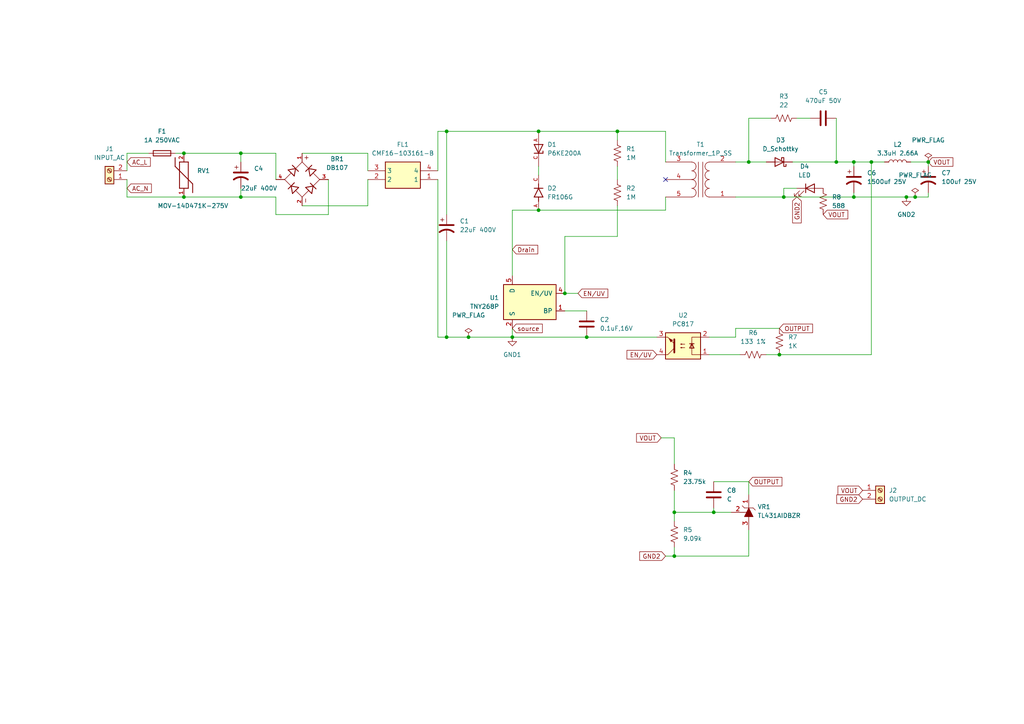
<source format=kicad_sch>
(kicad_sch (version 20231120) (generator "eeschema") (generator_version "8.0")
  (paper "A4")
  (title_block (title "SMPS Lead Acid Battery") (date "2025-04-17") (rev "Rev A") (company "TNY268") (comment 1 "Afsal Lais"))
  (lib_symbols
    (symbol "Connector:Screw_Terminal_01x02" (pin_names (offset 1.016) hide)
      (property "Reference" "J" (at 0 2.54 0))
      (property "Value" "Screw_Terminal_01x02" (at 0 -5.08 0))
      (symbol "Screw_Terminal_01x02_1_1"
        (rectangle (start -1.27 1.27) (end 1.27 -3.81) (stroke (width 0.254)) (fill (type background)))
        (circle (center 0 -2.54) (radius 0.635) (stroke (width 0.1524)))
        (polyline (pts (xy -0.5334 -2.2098) (xy 0.3302 -3.048)) (stroke (width 0.1524)))
        (polyline (pts (xy -0.5334 0.3302) (xy 0.3302 -0.508)) (stroke (width 0.1524)))
        (polyline (pts (xy -0.3556 -2.032) (xy 0.508 -2.8702)) (stroke (width 0.1524)))
        (polyline (pts (xy -0.3556 0.508) (xy 0.508 -0.3302)) (stroke (width 0.1524)))
        (circle (center 0 0) (radius 0.635) (stroke (width 0.1524)))
        (pin passive line (at -5.08 0 0) (length 3.81) (name "Pin_1") (number "1"))
        (pin passive line (at -5.08 -2.54 0) (length 3.81) (name "Pin_2") (number "2"))
      )
    )
    (symbol "DB107:DB107" (pin_names (offset 1.016))
      (property "Reference" "BR" (at 5.08 5.08 0))
      (property "Value" "DB107" (at 5.08 -7.62 0))
      (symbol "DB107_0_0"
        (polyline (pts (xy -6.858 1.27) (xy -5.842 1.27)) (stroke (width 0.1524)))
        (polyline (pts (xy -6.35 0.762) (xy -6.35 1.778)) (stroke (width 0.1524)))
        (polyline (pts (xy -5.08 0) (xy -3.175 -1.905)) (stroke (width 0.1524)))
        (polyline (pts (xy -3.175 -1.905) (xy -2.794 -4.064)) (stroke (width 0.254)))
        (polyline (pts (xy -3.175 -1.905) (xy -1.016 -2.286)) (stroke (width 0.254)))
        (polyline (pts (xy -3.175 1.905) (xy -5.08 0)) (stroke (width 0.1524)))
        (polyline (pts (xy -3.175 1.905) (xy -2.794 4.064)) (stroke (width 0.254)))
        (polyline (pts (xy -3.175 1.905) (xy -1.016 2.286)) (stroke (width 0.254)))
        (polyline (pts (xy -2.3622 -1.0668) (xy -4.1402 -2.8448)) (stroke (width 0.254)))
        (polyline (pts (xy -2.3622 1.016) (xy -4.1402 2.794)) (stroke (width 0.254)))
        (polyline (pts (xy -1.016 -2.286) (xy -2.794 -4.064)) (stroke (width 0.254)))
        (polyline (pts (xy -1.016 2.286) (xy -2.794 4.064)) (stroke (width 0.254)))
        (polyline (pts (xy 0 -5.08) (xy -1.8034 -3.2766)) (stroke (width 0.1524)))
        (polyline (pts (xy 0 -5.08) (xy 1.905 -3.175)) (stroke (width 0.1524)))
        (polyline (pts (xy 0 5.08) (xy -1.8034 3.2766)) (stroke (width 0.1524)))
        (polyline (pts (xy 1.905 -3.175) (xy 2.286 -1.016)) (stroke (width 0.254)))
        (polyline (pts (xy 1.905 -3.175) (xy 4.064 -2.794)) (stroke (width 0.254)))
        (polyline (pts (xy 1.905 3.175) (xy 0 5.08)) (stroke (width 0.1524)))
        (polyline (pts (xy 1.905 3.175) (xy 2.286 1.016)) (stroke (width 0.254)))
        (polyline (pts (xy 1.905 3.175) (xy 4.064 2.794)) (stroke (width 0.254)))
        (polyline (pts (xy 2.7178 -4.0386) (xy 0.9398 -2.2606)) (stroke (width 0.254)))
        (polyline (pts (xy 2.7178 4.0386) (xy 1.0668 2.3876)) (stroke (width 0.254)))
        (polyline (pts (xy 3.2766 -1.8034) (xy 5.08 0)) (stroke (width 0.1524)))
        (polyline (pts (xy 4.064 -2.794) (xy 2.286 -1.016)) (stroke (width 0.254)))
        (polyline (pts (xy 4.064 2.794) (xy 2.286 1.016)) (stroke (width 0.254)))
        (polyline (pts (xy 5.08 0) (xy 3.2766 1.8034)) (stroke (width 0.1524)))
        (polyline (pts (xy 5.588 1.016) (xy 6.604 1.016)) (stroke (width 0.1524)))
        (pin passive line (at -7.62 0 0) (length 2.54) (name "~") (number "1"))
        (pin passive line (at 7.62 0 180) (length 2.54) (name "~") (number "2"))
        (pin passive line (at 0 7.62 270) (length 2.54) (name "~") (number "3"))
        (pin passive line (at 0 -7.62 90) (length 2.54) (name "~") (number "4"))
      )
    )
    (symbol "Device:C" (pin_numbers hide) (pin_names (offset 0.254))
      (property "Reference" "C" (at 0.635 2.54 0))
      (property "Value" "C" (at 0.635 -2.54 0))
      (symbol "C_0_1"
        (polyline (pts (xy -2.032 -0.762) (xy 2.032 -0.762)) (stroke (width 0.508)))
        (polyline (pts (xy -2.032 0.762) (xy 2.032 0.762)) (stroke (width 0.508)))
      )
      (symbol "C_1_1"
        (pin passive line (at 0 3.81 270) (length 2.794) (name "~") (number "1"))
        (pin passive line (at 0 -3.81 90) (length 2.794) (name "~") (number "2"))
      )
    )
    (symbol "Device:C_Polarized_US" (pin_numbers hide) (pin_names (offset 0.254) hide)
      (property "Reference" "C" (at 0.635 2.54 0))
      (property "Value" "C_Polarized_US" (at 0.635 -2.54 0))
      (symbol "C_Polarized_US_0_1"
        (polyline (pts (xy -2.032 0.762) (xy 2.032 0.762)) (stroke (width 0.508)))
        (polyline (pts (xy -1.778 2.286) (xy -0.762 2.286)))
        (polyline (pts (xy -1.27 1.778) (xy -1.27 2.794)))
        (arc (start 2.032 -1.27) (mid 0 -0.5572) (end -2.032 -1.27) (stroke (width 0.508)))
      )
      (symbol "C_Polarized_US_1_1"
        (pin passive line (at 0 3.81 270) (length 2.794) (name "~") (number "1"))
        (pin passive line (at 0 -3.81 90) (length 3.302) (name "~") (number "2"))
      )
    )
    (symbol "Device:D_Schottky" (pin_numbers hide) (pin_names (offset 1.016) hide)
      (property "Reference" "D" (at 0 2.54 0))
      (property "Value" "D_Schottky" (at 0 -2.54 0))
      (symbol "D_Schottky_0_1"
        (polyline (pts (xy 1.27 0) (xy -1.27 0)))
        (polyline (pts (xy 1.27 1.27) (xy 1.27 -1.27) (xy -1.27 0) (xy 1.27 1.27)) (stroke (width 0.254)))
        (polyline (pts (xy -1.905 0.635) (xy -1.905 1.27) (xy -1.27 1.27) (xy -1.27 -1.27) (xy -0.635 -1.27) (xy -0.635 -0.635)) (stroke (width 0.254)))
      )
      (symbol "D_Schottky_1_1"
        (pin passive line (at -3.81 0 0) (length 2.54) (name "K") (number "1"))
        (pin passive line (at 3.81 0 180) (length 2.54) (name "A") (number "2"))
      )
    )
    (symbol "Device:Fuse" (pin_numbers hide) (pin_names (offset 0))
      (property "Reference" "F" (at 2.032 0 90))
      (property "Value" "Fuse" (at -1.905 0 90))
      (symbol "Fuse_0_1"
        (rectangle (start -0.762 -2.54) (end 0.762 2.54) (stroke (width 0.254)))
        (polyline (pts (xy 0 2.54) (xy 0 -2.54)))
      )
      (symbol "Fuse_1_1"
        (pin passive line (at 0 3.81 270) (length 1.27) (name "~") (number "1"))
        (pin passive line (at 0 -3.81 90) (length 1.27) (name "~") (number "2"))
      )
    )
    (symbol "Device:L" (pin_numbers hide) (pin_names (offset 1.016) hide)
      (property "Reference" "L" (at -1.27 0 90))
      (property "Value" "L" (at 1.905 0 90))
      (symbol "L_0_1"
        (arc (start 0 -2.54) (mid 0.6323 -1.905) (end 0 -1.27))
        (arc (start 0 -1.27) (mid 0.6323 -0.635) (end 0 0))
        (arc (start 0 0) (mid 0.6323 0.635) (end 0 1.27))
        (arc (start 0 1.27) (mid 0.6323 1.905) (end 0 2.54))
      )
      (symbol "L_1_1"
        (pin passive line (at 0 3.81 270) (length 1.27) (name "1") (number "1"))
        (pin passive line (at 0 -3.81 90) (length 1.27) (name "2") (number "2"))
      )
    )
    (symbol "Device:LED" (pin_numbers hide) (pin_names (offset 1.016) hide)
      (property "Reference" "D" (at 0 2.54 0))
      (property "Value" "LED" (at 0 -2.54 0))
      (symbol "LED_0_1"
        (polyline (pts (xy -1.27 -1.27) (xy -1.27 1.27)) (stroke (width 0.254)))
        (polyline (pts (xy -1.27 0) (xy 1.27 0)))
        (polyline (pts (xy 1.27 -1.27) (xy 1.27 1.27) (xy -1.27 0) (xy 1.27 -1.27)) (stroke (width 0.254)))
        (polyline (pts (xy -3.048 -0.762) (xy -4.572 -2.286) (xy -3.81 -2.286) (xy -4.572 -2.286) (xy -4.572 -1.524)))
        (polyline (pts (xy -1.778 -0.762) (xy -3.302 -2.286) (xy -2.54 -2.286) (xy -3.302 -2.286) (xy -3.302 -1.524)))
      )
      (symbol "LED_1_1"
        (pin passive line (at -3.81 0 0) (length 2.54) (name "K") (number "1"))
        (pin passive line (at 3.81 0 180) (length 2.54) (name "A") (number "2"))
      )
    )
    (symbol "Device:R_US" (pin_numbers hide) (pin_names (offset 0))
      (property "Reference" "R" (at 2.54 0 90))
      (property "Value" "R_US" (at -2.54 0 90))
      (symbol "R_US_0_1"
        (polyline (pts (xy 0 -2.286) (xy 0 -2.54)))
        (polyline (pts (xy 0 2.286) (xy 0 2.54)))
        (polyline (pts (xy 0 -0.762) (xy 1.016 -1.143) (xy 0 -1.524) (xy -1.016 -1.905) (xy 0 -2.286)))
        (polyline (pts (xy 0 0.762) (xy 1.016 0.381) (xy 0 0) (xy -1.016 -0.381) (xy 0 -0.762)))
        (polyline (pts (xy 0 2.286) (xy 1.016 1.905) (xy 0 1.524) (xy -1.016 1.143) (xy 0 0.762)))
      )
      (symbol "R_US_1_1"
        (pin passive line (at 0 3.81 270) (length 1.27) (name "~") (number "1"))
        (pin passive line (at 0 -3.81 90) (length 1.27) (name "~") (number "2"))
      )
    )
    (symbol "Device:Transformer_1P_SS" (pin_names (offset 1.016) hide)
      (property "Reference" "T" (at 0 6.35 0))
      (property "Value" "Transformer_1P_SS" (at 0 -7.62 0))
      (symbol "Transformer_1P_SS_0_1"
        (arc (start -2.54 -5.0546) (mid -1.6599 -4.6901) (end -1.27 -3.81))
        (arc (start -2.54 -2.5146) (mid -1.6599 -2.1501) (end -1.27 -1.27))
        (arc (start -2.54 0.0254) (mid -1.6599 0.3899) (end -1.27 1.27))
        (arc (start -2.54 2.5654) (mid -1.6599 2.9299) (end -1.27 3.81))
        (arc (start -1.27 -3.81) (mid -1.642 -2.912) (end -2.54 -2.54))
        (arc (start -1.27 -1.27) (mid -1.642 -0.372) (end -2.54 0))
        (arc (start -1.27 1.27) (mid -1.642 2.168) (end -2.54 2.54))
        (arc (start -1.27 3.81) (mid -1.642 4.708) (end -2.54 5.08))
        (polyline (pts (xy -0.635 5.08) (xy -0.635 -5.08)))
        (polyline (pts (xy 0.635 -5.08) (xy 0.635 5.08)))
        (arc (start 1.2954 -1.27) (mid 1.6599 -2.1501) (end 2.54 -2.5146))
        (arc (start 1.2954 1.27) (mid 1.6599 0.3899) (end 2.54 0.0254))
        (arc (start 1.2954 3.81) (mid 1.6599 2.9299) (end 2.54 2.5654))
        (arc (start 1.3208 -3.81) (mid 1.6853 -4.6901) (end 2.5654 -5.0546))
        (arc (start 2.54 0) (mid 1.642 -0.372) (end 1.2954 -1.27))
        (arc (start 2.54 2.54) (mid 1.642 2.168) (end 1.2954 1.27))
        (arc (start 2.54 5.08) (mid 1.642 4.708) (end 1.2954 3.81))
        (arc (start 2.5654 -2.54) (mid 1.6674 -2.912) (end 1.3208 -3.81))
      )
      (symbol "Transformer_1P_SS_1_1"
        (pin passive line (at -10.16 5.08 0) (length 7.62) (name "AA") (number "1"))
        (pin passive line (at -10.16 -5.08 0) (length 7.62) (name "AB") (number "2"))
        (pin passive line (at 10.16 -5.08 180) (length 7.62) (name "SA") (number "3"))
        (pin passive line (at 10.16 0 180) (length 7.62) (name "SC") (number "4"))
        (pin passive line (at 10.16 5.08 180) (length 7.62) (name "SB") (number "5"))
      )
    )
    (symbol "FR106G:FR106G" (pin_names (offset 1.016))
      (property "Reference" "D" (at -5.08 2.54 0))
      (property "Value" "FR106G" (at -5.08 -3.81 0))
      (symbol "FR106G_0_0"
        (polyline (pts (xy -2.54 0) (xy -1.27 0)) (stroke (width 0.254)))
        (polyline (pts (xy -1.27 -1.27) (xy 1.27 0)) (stroke (width 0.254)))
        (polyline (pts (xy -1.27 0) (xy -1.27 -1.27)) (stroke (width 0.254)))
        (polyline (pts (xy -1.27 1.27) (xy -1.27 0)) (stroke (width 0.254)))
        (polyline (pts (xy 1.27 0) (xy -1.27 1.27)) (stroke (width 0.254)))
        (polyline (pts (xy 1.27 0) (xy 1.27 -1.27)) (stroke (width 0.254)))
        (polyline (pts (xy 1.27 0) (xy 2.54 0)) (stroke (width 0.254)))
        (polyline (pts (xy 1.27 1.27) (xy 1.27 0)) (stroke (width 0.254)))
        (pin passive line (at -5.08 0 0) (length 2.54) (name "~") (number "A"))
        (pin passive line (at 5.08 0 180) (length 2.54) (name "~") (number "C"))
      )
    )
    (symbol "Isolator:PC817" (pin_names (offset 1.016))
      (property "Reference" "U" (at -5.08 5.08 0))
      (property "Value" "PC817" (at 0 5.08 0))
      (symbol "PC817_0_1"
        (rectangle (start -5.08 3.81) (end 5.08 -3.81) (stroke (width 0.254)) (fill (type background)))
        (polyline (pts (xy -3.175 -0.635) (xy -1.905 -0.635)) (stroke (width 0.254)))
        (polyline (pts (xy 2.54 0.635) (xy 4.445 2.54)))
        (polyline (pts (xy 4.445 -2.54) (xy 2.54 -0.635)) (fill (type outline)))
        (polyline (pts (xy 4.445 -2.54) (xy 5.08 -2.54)))
        (polyline (pts (xy 4.445 2.54) (xy 5.08 2.54)))
        (polyline (pts (xy -5.08 2.54) (xy -2.54 2.54) (xy -2.54 -0.635)))
        (polyline (pts (xy -2.54 -0.635) (xy -2.54 -2.54) (xy -5.08 -2.54)))
        (polyline (pts (xy 2.54 1.905) (xy 2.54 -1.905) (xy 2.54 -1.905)) (stroke (width 0.508)))
        (polyline (pts (xy -2.54 -0.635) (xy -3.175 0.635) (xy -1.905 0.635) (xy -2.54 -0.635)) (stroke (width 0.254)))
        (polyline (pts (xy -0.508 -0.508) (xy 0.762 -0.508) (xy 0.381 -0.635) (xy 0.381 -0.381) (xy 0.762 -0.508)))
        (polyline (pts (xy -0.508 0.508) (xy 0.762 0.508) (xy 0.381 0.381) (xy 0.381 0.635) (xy 0.762 0.508)))
        (polyline (pts (xy 3.048 -1.651) (xy 3.556 -1.143) (xy 4.064 -2.159) (xy 3.048 -1.651) (xy 3.048 -1.651)) (fill (type outline)))
      )
      (symbol "PC817_1_1"
        (pin passive line (at -7.62 2.54 0) (length 2.54) (name "~") (number "1"))
        (pin passive line (at -7.62 -2.54 0) (length 2.54) (name "~") (number "2"))
        (pin passive line (at 7.62 -2.54 180) (length 2.54) (name "~") (number "3"))
        (pin passive line (at 7.62 2.54 180) (length 2.54) (name "~") (number "4"))
      )
    )
    (symbol "MOV-14D471K:MOV-14D471K" (pin_names (offset 1.016))
      (property "Reference" "RV" (at 11.43 6.35 0))
      (property "Value" "MOV-14D471K" (at 11.43 3.81 0))
      (symbol "MOV-14D471K_0_0"
        (polyline (pts (xy 1.27 -2.54) (xy 3.81 -2.54)) (stroke (width 0.254)))
        (polyline (pts (xy 2.54 1.27) (xy 2.54 -1.27)) (stroke (width 0.254)))
        (polyline (pts (xy 2.54 1.27) (xy 10.16 1.27)) (stroke (width 0.254)))
        (polyline (pts (xy 8.89 2.54) (xy 3.81 -2.54)) (stroke (width 0.254)))
        (polyline (pts (xy 8.89 2.54) (xy 11.43 2.54)) (stroke (width 0.254)))
        (polyline (pts (xy 10.16 -1.27) (xy 2.54 -1.27)) (stroke (width 0.254)))
        (polyline (pts (xy 10.16 -1.27) (xy 10.16 1.27)) (stroke (width 0.254)))
        (pin bidirectional line (at 0 0 0) (length 2.54) (name "~") (number "1"))
        (pin bidirectional line (at 12.7 0 180) (length 2.54) (name "~") (number "2"))
      )
    )
    (symbol "P6KE200A:P6KE200A" (pin_names (offset 1.016))
      (property "Reference" "D" (at -5.0835 2.4159 0))
      (property "Value" "P6KE200A" (at -5.0854 -4.9611 0))
      (symbol "P6KE200A_0_0"
        (polyline (pts (xy -1.27 -1.27) (xy -1.27 0)) (stroke (width 0.254)))
        (polyline (pts (xy -1.27 0) (xy -1.27 1.27)) (stroke (width 0.254)))
        (polyline (pts (xy -1.27 0) (xy 1.27 -1.27)) (stroke (width 0.254)))
        (polyline (pts (xy -0.635 -1.27) (xy -1.27 -1.27)) (stroke (width 0.254)))
        (polyline (pts (xy 1.27 -1.27) (xy 1.27 1.27)) (stroke (width 0.254)))
        (polyline (pts (xy 1.27 1.27) (xy -1.27 0)) (stroke (width 0.254)))
        (pin passive line (at 5.08 0 180) (length 5.08) (name "~") (number "A"))
        (pin passive line (at -5.08 0 0) (length 5.08) (name "~") (number "C"))
      )
    )
    (symbol "Regulator_Switching:TNY268P" (pin_names (offset 1.016))
      (property "Reference" "U" (at 0 8.89 0))
      (property "Value" "TNY268P" (at 0 6.35 0))
      (symbol "TNY268P_0_1"
        (rectangle (start -7.62 5.08) (end 7.62 -5.08) (stroke (width 0.254)) (fill (type background)))
      )
      (symbol "TNY268P_1_1"
        (pin input line (at 10.16 -2.54 180) (length 2.54) (name "BP") (number "1"))
        (pin power_in line (at -5.08 -7.62 90) (length 2.54) (name "S") (number "2"))
        (pin passive line (at -5.08 -7.62 90) (length 2.54) hide (name "S") (number "3"))
        (pin input line (at 10.16 2.54 180) (length 2.54) (name "EN/UV") (number "4"))
        (pin open_collector line (at -5.08 7.62 270) (length 2.54) (name "D") (number "5"))
        (pin passive line (at -5.08 -7.62 90) (length 2.54) hide (name "S") (number "7"))
        (pin passive line (at -5.08 -7.62 90) (length 2.54) hide (name "S") (number "8"))
      )
    )
    (symbol "SamacSys_Parts:CMF16-103161-B"
      (property "Reference" "FL" (at 16.51 7.62 0))
      (property "Value" "CMF16-103161-B" (at 16.51 5.08 0))
      (symbol "CMF16-103161-B_1_1"
        (rectangle (start 5.08 2.54) (end 15.24 -5.08) (stroke (width 0.254)) (fill (type background)))
        (pin passive line (at 20.32 -2.54 180) (length 5.08) (name "1") (number "1"))
        (pin passive line (at 0 -2.54 0) (length 5.08) (name "2") (number "2"))
        (pin passive line (at 0 0 0) (length 5.08) (name "3") (number "3"))
        (pin passive line (at 20.32 0 180) (length 5.08) (name "4") (number "4"))
      )
    )
    (symbol "dk_PMIC-Voltage-Reference:TL431AIDBZR" (pin_names (offset 0) hide)
      (property "Reference" "VR" (at -2.54 3.175 0))
      (property "Value" "TL431AIDBZR" (at -5.715 0 90))
      (symbol "TL431AIDBZR_0_1"
        (polyline (pts (xy -1.905 0.635) (xy -1.27 1.27)))
        (polyline (pts (xy -1.27 1.27) (xy 1.27 1.27)))
        (polyline (pts (xy 0.635 0) (xy 1.27 0)))
        (polyline (pts (xy 1.27 1.27) (xy 1.905 1.905)))
        (polyline (pts (xy -1.27 -1.27) (xy 1.27 -1.27) (xy 0 1.27) (xy -1.27 -1.27)) (fill (type outline)))
      )
      (symbol "TL431AIDBZR_1_1"
        (pin passive line (at 0 5.08 270) (length 3.81) (name "K") (number "1"))
        (pin passive line (at 5.08 0 180) (length 3.81) (name "REF") (number "2"))
        (pin passive line (at 0 -5.08 90) (length 3.81) (name "A") (number "3"))
      )
    )
    (symbol "power:GND" (power) (pin_numbers hide) (pin_names (offset 0) hide)
      (property "Value" "GND" (at 0 -3.81 0))
      (symbol "GND_0_1"
        (polyline (pts (xy 0 0) (xy 0 -1.27) (xy 1.27 -1.27) (xy 0 -2.54) (xy -1.27 -1.27) (xy 0 -1.27)))
      )
      (symbol "GND_1_1"
        (pin power_in line (at 0 0 270) (length 0) (name "~") (number "1"))
      )
    )
    (symbol "power:PWR_FLAG" (power) (pin_numbers hide) (pin_names (offset 0) hide)
      (property "Value" "PWR_FLAG" (at 0 3.81 0))
      (symbol "PWR_FLAG_0_0"
        (pin power_out line (at 0 0 90) (length 0) (name "~") (number "1"))
      )
      (symbol "PWR_FLAG_0_1"
        (polyline (pts (xy 0 0) (xy 0 1.27) (xy -1.016 1.905) (xy 0 2.54) (xy 1.016 1.905) (xy 0 1.27)))
      )
    )
  )
  (junction (at 170.18 97.79))
  (junction (at 265.43 57.15))
  (junction (at 69.85 57.15))
  (junction (at 226.06 102.87))
  (junction (at 247.65 46.99))
  (junction (at 217.17 46.99))
  (junction (at 227.33 57.15))
  (junction (at 247.65 57.15))
  (junction (at 129.54 97.79))
  (junction (at 156.21 38.1))
  (junction (at 179.07 38.1))
  (junction (at 252.73 46.99))
  (junction (at 269.24 46.99))
  (junction (at 53.34 57.15))
  (junction (at 129.54 38.1))
  (junction (at 195.58 148.59))
  (junction (at 242.57 46.99))
  (junction (at 262.89 57.15))
  (junction (at 148.59 97.79))
  (junction (at 53.34 44.45))
  (junction (at 195.58 161.29))
  (junction (at 69.85 44.45))
  (junction (at 207.01 148.59))
  (junction (at 163.83 85.09))
  (junction (at 156.21 60.96))
  (junction (at 135.89 97.79))
  (no_connect (at 193.04 52.07))
  (wire (pts (xy 213.36 46.99) (xy 217.17 46.99)))
  (wire (pts (xy 36.83 49.53) (xy 36.83 44.45)))
  (wire (pts (xy 247.65 48.26) (xy 247.65 46.99)))
  (wire (pts (xy 231.14 54.61) (xy 227.33 54.61)))
  (wire (pts (xy 53.34 57.15) (xy 36.83 57.15)))
  (wire (pts (xy 247.65 57.15) (xy 247.65 55.88)))
  (wire (pts (xy 193.04 161.29) (xy 195.58 161.29)))
  (wire (pts (xy 213.36 95.25) (xy 226.06 95.25)))
  (wire (pts (xy 193.04 57.15) (xy 193.04 60.96)))
  (wire (pts (xy 129.54 38.1) (xy 156.21 38.1)))
  (wire (pts (xy 179.07 68.58) (xy 179.07 59.69)))
  (wire (pts (xy 69.85 44.45) (xy 69.85 46.99)))
  (wire (pts (xy 69.85 44.45) (xy 80.01 44.45)))
  (wire (pts (xy 148.59 60.96) (xy 156.21 60.96)))
  (wire (pts (xy 69.85 54.61) (xy 69.85 57.15)))
  (wire (pts (xy 129.54 38.1) (xy 129.54 62.23)))
  (wire (pts (xy 252.73 46.99) (xy 252.73 102.87)))
  (wire (pts (xy 205.74 97.79) (xy 213.36 97.79)))
  (wire (pts (xy 50.8 44.45) (xy 53.34 44.45)))
  (wire (pts (xy 36.83 44.45) (xy 43.18 44.45)))
  (wire (pts (xy 69.85 57.15) (xy 80.01 57.15)))
  (wire (pts (xy 127 52.07) (xy 127 97.79)))
  (wire (pts (xy 195.58 161.29) (xy 195.58 158.75)))
  (wire (pts (xy 207.01 139.7) (xy 217.17 139.7)))
  (wire (pts (xy 207.01 147.32) (xy 207.01 148.59)))
  (wire (pts (xy 242.57 46.99) (xy 247.65 46.99)))
  (wire (pts (xy 179.07 40.64) (xy 179.07 38.1)))
  (wire (pts (xy 264.16 46.99) (xy 269.24 46.99)))
  (wire (pts (xy 227.33 57.15) (xy 247.65 57.15)))
  (wire (pts (xy 227.33 54.61) (xy 227.33 57.15)))
  (wire (pts (xy 106.68 44.45) (xy 106.68 49.53)))
  (wire (pts (xy 193.04 60.96) (xy 156.21 60.96)))
  (wire (pts (xy 36.83 57.15) (xy 36.83 52.07)))
  (wire (pts (xy 269.24 57.15) (xy 265.43 57.15)))
  (wire (pts (xy 213.36 57.15) (xy 227.33 57.15)))
  (wire (pts (xy 95.25 62.23) (xy 95.25 52.07)))
  (wire (pts (xy 127 49.53) (xy 127 38.1)))
  (wire (pts (xy 135.89 97.79) (xy 148.59 97.79)))
  (wire (pts (xy 205.74 102.87) (xy 214.63 102.87)))
  (wire (pts (xy 129.54 69.85) (xy 129.54 97.79)))
  (wire (pts (xy 269.24 55.88) (xy 269.24 57.15)))
  (wire (pts (xy 252.73 102.87) (xy 226.06 102.87)))
  (wire (pts (xy 217.17 153.67) (xy 217.17 161.29)))
  (wire (pts (xy 87.63 59.69) (xy 106.68 59.69)))
  (wire (pts (xy 269.24 48.26) (xy 269.24 46.99)))
  (wire (pts (xy 193.04 46.99) (xy 193.04 38.1)))
  (wire (pts (xy 80.01 62.23) (xy 95.25 62.23)))
  (wire (pts (xy 53.34 44.45) (xy 69.85 44.45)))
  (wire (pts (xy 127 97.79) (xy 129.54 97.79)))
  (wire (pts (xy 212.09 148.59) (xy 207.01 148.59)))
  (wire (pts (xy 207.01 148.59) (xy 195.58 148.59)))
  (wire (pts (xy 262.89 57.15) (xy 247.65 57.15)))
  (wire (pts (xy 148.59 97.79) (xy 170.18 97.79)))
  (wire (pts (xy 163.83 90.17) (xy 170.18 90.17)))
  (wire (pts (xy 163.83 68.58) (xy 163.83 85.09)))
  (wire (pts (xy 217.17 139.7) (xy 217.17 143.51)))
  (wire (pts (xy 87.63 44.45) (xy 106.68 44.45)))
  (wire (pts (xy 195.58 148.59) (xy 195.58 151.13)))
  (wire (pts (xy 148.59 95.25) (xy 148.59 97.79)))
  (wire (pts (xy 179.07 38.1) (xy 156.21 38.1)))
  (wire (pts (xy 247.65 46.99) (xy 252.73 46.99)))
  (wire (pts (xy 170.18 97.79) (xy 190.5 97.79)))
  (wire (pts (xy 223.52 34.29) (xy 217.17 34.29)))
  (wire (pts (xy 179.07 38.1) (xy 193.04 38.1)))
  (wire (pts (xy 156.21 48.26) (xy 156.21 50.8)))
  (wire (pts (xy 80.01 44.45) (xy 80.01 52.07)))
  (wire (pts (xy 195.58 127) (xy 195.58 134.62)))
  (wire (pts (xy 80.01 57.15) (xy 80.01 62.23)))
  (wire (pts (xy 217.17 161.29) (xy 195.58 161.29)))
  (wire (pts (xy 127 38.1) (xy 129.54 38.1)))
  (wire (pts (xy 242.57 34.29) (xy 242.57 46.99)))
  (wire (pts (xy 231.14 34.29) (xy 234.95 34.29)))
  (wire (pts (xy 222.25 102.87) (xy 226.06 102.87)))
  (wire (pts (xy 217.17 46.99) (xy 222.25 46.99)))
  (wire (pts (xy 217.17 34.29) (xy 217.17 46.99)))
  (wire (pts (xy 53.34 57.15) (xy 69.85 57.15)))
  (wire (pts (xy 148.59 80.01) (xy 148.59 60.96)))
  (wire (pts (xy 106.68 52.07) (xy 106.68 59.69)))
  (wire (pts (xy 265.43 57.15) (xy 262.89 57.15)))
  (wire (pts (xy 191.77 127) (xy 195.58 127)))
  (wire (pts (xy 213.36 97.79) (xy 213.36 95.25)))
  (wire (pts (xy 179.07 48.26) (xy 179.07 52.07)))
  (wire (pts (xy 129.54 97.79) (xy 135.89 97.79)))
  (wire (pts (xy 179.07 68.58) (xy 163.83 68.58)))
  (wire (pts (xy 167.64 85.09) (xy 163.83 85.09)))
  (wire (pts (xy 195.58 142.24) (xy 195.58 148.59)))
  (wire (pts (xy 229.87 46.99) (xy 242.57 46.99)))
  (wire (pts (xy 252.73 46.99) (xy 256.54 46.99)))
  (global_label "OUTPUT" (shape input) (at 217.17 139.7 0) (property "Intersheetrefs" "${INTERSHEET_REFS}" (effects (hide yes))))
  (global_label "GND2" (shape input) (at 193.04 161.29 180) (property "Intersheetrefs" "${INTERSHEET_REFS}" (effects (hide yes))))
  (global_label "EN{slash}UV" (shape input) (at 167.64 85.09 0) (property "Intersheetrefs" "${INTERSHEET_REFS}" (effects (hide yes))))
  (global_label "GND2" (shape input) (at 250.19 144.78 180) (property "Intersheetrefs" "${INTERSHEET_REFS}" (effects (hide yes))))
  (global_label "Drain" (shape input) (at 148.59 72.39 0) (property "Intersheetrefs" "${INTERSHEET_REFS}" (effects (hide yes))))
  (global_label "VOUT" (shape input) (at 269.24 46.99 0) (property "Intersheetrefs" "${INTERSHEET_REFS}" (effects (hide yes))))
  (global_label "AC_N" (shape input) (at 36.83 54.61 0) (property "Intersheetrefs" "${INTERSHEET_REFS}" (effects (hide yes))))
  (global_label "VOUT" (shape input) (at 191.77 127 180) (property "Intersheetrefs" "${INTERSHEET_REFS}" (effects (hide yes))))
  (global_label "source" (shape input) (at 148.59 95.25 0) (property "Intersheetrefs" "${INTERSHEET_REFS}" (effects (hide yes))))
  (global_label "EN{slash}UV" (shape input) (at 190.5 102.87 180) (property "Intersheetrefs" "${INTERSHEET_REFS}" (effects (hide yes))))
  (global_label "VOUT" (shape input) (at 250.19 142.24 180) (property "Intersheetrefs" "${INTERSHEET_REFS}" (effects (hide yes))))
  (global_label "OUTPUT" (shape input) (at 226.06 95.25 0) (property "Intersheetrefs" "${INTERSHEET_REFS}" (effects (hide yes))))
  (global_label "GND2" (shape input) (at 231.14 57.15 270) (property "Intersheetrefs" "${INTERSHEET_REFS}" (effects (hide yes))))
  (global_label "VOUT" (shape input) (at 238.76 62.23 0) (property "Intersheetrefs" "${INTERSHEET_REFS}" (effects (hide yes))))
  (global_label "AC_L" (shape input) (at 36.83 46.99 0) (property "Intersheetrefs" "${INTERSHEET_REFS}" (effects (hide yes))))
  (symbol (lib_id "Device:R_US") (at 238.76 58.42 0) (unit 1)
    (property "Reference" "R8" (at 241.3 57.1499 0) (effects (justify left)))
    (property "Value" "588" (at 241.3 59.6899 0) (effects (justify left)))
    (property "Footprint" "Resistor_THT:R_Axial_DIN0207_L6.3mm_D2.5mm_P10.16mm_Horizontal" (effects (hide yes)))
    (property "Description" "Resistor, US symbol" (effects (hide yes)))
  )
  (symbol (lib_id "Device:LED") (at 234.95 54.61 0) (unit 1)
    (property "Reference" "D4" (at 233.3625 48.26 0))
    (property "Value" "LED" (at 233.3625 50.8 0))
    (property "Footprint" "LED_THT:LED_D5.0mm" (effects (hide yes)))
    (property "Description" "Light emitting diode" (effects (hide yes)))
  )
  (symbol (lib_id "Isolator:PC817") (at 198.12 100.33 180) (unit 1)
    (property "Reference" "U2" (at 198.12 91.44 0))
    (property "Value" "PC817" (at 198.12 93.98 0))
    (property "Footprint" "Package_DIP:DIP-4_W7.62mm" (effects (hide yes)))
    (property "Datasheet" "http://www.soselectronic.cz/a_info/resource/d/pc817.pdf" (effects (hide yes)))
    (property "Description" "DC Optocoupler, Vce 35V, CTR 50-300%, DIP-4" (effects (hide yes)))
  )
  (symbol (lib_id "Device:R_US") (at 218.44 102.87 90) (unit 1)
    (property "Reference" "R6" (at 218.44 96.52 90))
    (property "Value" "133 1%" (at 218.44 99.06 90))
    (property "Footprint" "Resistor_THT:R_Axial_DIN0207_L6.3mm_D2.5mm_P10.16mm_Horizontal" (effects (hide yes)))
    (property "Description" "Resistor, US symbol" (effects (hide yes)))
  )
  (symbol (lib_id "power:PWR_FLAG") (at 269.24 46.99 0) (unit 1)
    (property "Reference" "#FLG02" (effects (hide yes)))
    (property "Value" "PWR_FLAG" (at 269.24 40.64 0))
    (property "Description" "Special symbol for telling ERC where power comes from" (effects (hide yes)))
  )
  (symbol (lib_id "Device:R_US") (at 179.07 44.45 0) (unit 1)
    (property "Reference" "R1" (at 181.61 43.1799 0) (effects (justify left)))
    (property "Value" "1M" (at 181.61 45.7199 0) (effects (justify left)))
    (property "Footprint" "Resistor_THT:R_Axial_DIN0207_L6.3mm_D2.5mm_P10.16mm_Horizontal" (effects (hide yes)))
    (property "Description" "Resistor, US symbol" (effects (hide yes)))
  )
  (symbol (lib_id "Device:C_Polarized_US") (at 69.85 50.8 0) (unit 1)
    (property "Reference" "C4" (at 73.66 48.8949 0) (effects (justify left)))
    (property "Value" "22uF 400V" (at 69.85 54.61 0) (effects (justify left)))
    (property "Footprint" "Capacitor_THT:CP_Radial_D10.0mm_P7.50mm" (effects (hide yes)))
    (property "Description" "Polarized capacitor, US symbol" (effects (hide yes)))
  )
  (symbol (lib_id "power:PWR_FLAG") (at 135.89 97.79 0) (unit 1)
    (property "Reference" "#FLG01" (effects (hide yes)))
    (property "Value" "PWR_FLAG" (at 135.89 91.44 0))
    (property "Description" "Special symbol for telling ERC where power comes from" (effects (hide yes)))
  )
  (symbol (lib_id "Device:L") (at 260.35 46.99 90) (unit 1)
    (property "Reference" "L2" (at 260.35 41.91 90))
    (property "Value" "3.3uH 2.66A" (at 260.35 44.45 90))
    (property "Footprint" "Custom_parts:CD43 3.3uH 1A" (effects (hide yes)))
    (property "Description" "Inductor" (effects (hide yes)))
  )
  (symbol (lib_id "SamacSys_Parts:CMF16-103161-B") (at 106.68 49.53 0) (unit 1)
    (property "Reference" "FL1" (at 116.84 41.91 0))
    (property "Value" "CMF16-103161-B" (at 116.84 44.45 0))
    (property "Footprint" "CMF16-103161:CMF16-103161" (effects (hide yes)))
    (property "Datasheet" "https://componentsearchengine.com/Datasheets/1/CMF16-103161-B.pdf" (effects (hide yes)))
    (property "Description" "Common Mode Chokes / Filters Common Mode Inductor: L = 10mH +30/-50% at 1Khz, I = 1.6A max. , B = Bulk Packaging" (effects (hide yes)))
    (property "Height" "13.5" (effects (hide yes)))
    (property "Mouser Part Number" "553-CMF16-103161-B" (effects (hide yes)))
    (property "Mouser Price/Stock" "https://www.mouser.co.uk/ProductDetail/Triad-Magnetics/CMF16-103161-B/?qs=AgiijzuozRMgkbl%2F1xDAxQ%3D%3D" (effects (hide yes)))
    (property "Manufacturer_Name" "Triad Magnetics" (effects (hide yes)))
    (property "Manufacturer_Part_Number" "CMF16-103161-B" (effects (hide yes)))
  )
  (symbol (lib_id "Connector:Screw_Terminal_01x02") (at 31.75 52.07 180) (unit 1)
    (property "Reference" "J1" (at 31.75 43.18 0))
    (property "Value" "INPUT_AC" (at 31.75 45.72 0))
    (property "Footprint" "TerminalBlock:TerminalBlock_Altech_AK300-2_P5.00mm" (effects (hide yes)))
    (property "Description" "Generic screw terminal, single row, 01x02, script generated (kicad-library-utils/schlib/autogen/connector/)" (effects (hide yes)))
  )
  (symbol (lib_id "power:GND") (at 262.89 57.15 0) (unit 1)
    (property "Reference" "#PWR01" (effects (hide yes)))
    (property "Value" "GND2" (at 262.89 62.23 0))
    (property "Description" "Power symbol creates a global label with name \"GND\" , ground" (effects (hide yes)))
  )
  (symbol (lib_id "Device:Fuse") (at 46.99 44.45 90) (unit 1)
    (property "Reference" "F1" (at 46.99 38.1 90))
    (property "Value" "1A 250VAC" (at 46.99 40.64 90))
    (property "Footprint" "Connector_Molex:Molex_KK-396_5273-02A_1x02_P3.96mm_Vertical" (effects (hide yes)))
    (property "Description" "Fuse" (effects (hide yes)))
  )
  (symbol (lib_id "DB107:DB107") (at 87.63 52.07 270) (unit 1)
    (property "Reference" "BR1" (at 97.79 46.1008 90))
    (property "Value" "DB107" (at 97.79 48.6408 90))
    (property "Footprint" "DB107:DIP825W50P509L880H320Q4" (effects (hide yes)))
    (property "MF" "Micro Commercial Components" (effects (hide yes)))
    (property "MAXIMUM_PACKAGE_HEIGHT" "3.2 mm" (effects (hide yes)))
    (property "Package" "EDIP-4 MCC" (effects (hide yes)))
    (property "Price" "None" (effects (hide yes)))
    (property "Check_prices" "https://www.snapeda.com/parts/DB107/Micro+Commercial+Components/view-part/?ref=eda" (effects (hide yes)))
    (property "STANDARD" "IPC-7351B" (effects (hide yes)))
    (property "PARTREV" "13" (effects (hide yes)))
    (property "SnapEDA_Link" "https://www.snapeda.com/parts/DB107/Micro+Commercial+Components/view-part/?ref=snap" (effects (hide yes)))
    (property "MP" "DB107" (effects (hide yes)))
    (property "Description_1" "\n                        \n                            Bridge Rectifier Single Phase Standard 1 kV Through Hole DB-1\n                        \n" (effects (hide yes)))
    (property "Availability" "In Stock" (effects (hide yes)))
    (property "MANUFACTURER" "EIC Semiconductor" (effects (hide yes)))
  )
  (symbol (lib_id "Device:C_Polarized_US") (at 269.24 52.07 0) (unit 1)
    (property "Reference" "C7" (at 273.05 50.1649 0) (effects (justify left)))
    (property "Value" "100uf 25V" (at 273.05 52.7049 0) (effects (justify left)))
    (property "Footprint" "Capacitor_THT:CP_Radial_D7.5mm_P2.50mm" (effects (hide yes)))
    (property "Description" "Polarized capacitor, US symbol" (effects (hide yes)))
  )
  (symbol (lib_id "Device:R_US") (at 195.58 154.94 0) (unit 1)
    (property "Reference" "R5" (at 198.12 153.6699 0) (effects (justify left)))
    (property "Value" "9.09k" (at 198.12 156.2099 0) (effects (justify left)))
    (property "Footprint" "Resistor_THT:R_Axial_DIN0207_L6.3mm_D2.5mm_P10.16mm_Horizontal" (effects (hide yes)))
    (property "Description" "Resistor, US symbol" (effects (hide yes)))
  )
  (symbol (lib_id "dk_PMIC-Voltage-Reference:TL431AIDBZR") (at 217.17 148.59 0) (mirror y) (unit 1)
    (property "Reference" "VR1" (at 219.71 147.0024 0) (effects (justify right)))
    (property "Value" "TL431AIDBZR" (at 219.71 149.5424 0) (effects (justify right)))
    (property "Footprint" "digikey-footprints:SOT-23-3" (effects (hide yes)))
    (property "Datasheet" "http://www.ti.com/general/docs/suppproductinfo.tsp?distId=10&gotoUrl=http%3A%2F%2Fwww.ti.com%2Flit%2Fgpn%2Ftl431" (effects (hide yes)))
    (property "Description" "IC VREF SHUNT ADJ SOT23-3" (effects (hide yes)))
    (property "Digi-Key_PN" "296-17329-1-ND" (effects (hide yes)))
    (property "MPN" "TL431AIDBZR" (effects (hide yes)))
    (property "Category" "Integrated Circuits (ICs)" (effects (hide yes)))
    (property "Family" "PMIC - Voltage Reference" (effects (hide yes)))
    (property "DK_Datasheet_Link" "http://www.ti.com/general/docs/suppproductinfo.tsp?distId=10&gotoUrl=http%3A%2F%2Fwww.ti.com%2Flit%2Fgpn%2Ftl431" (effects (hide yes)))
    (property "DK_Detail_Page" "/product-detail/en/texas-instruments/TL431AIDBZR/296-17329-1-ND/686885" (effects (hide yes)))
    (property "Description_1" "IC VREF SHUNT ADJ SOT23-3" (effects (hide yes)))
    (property "Manufacturer" "Texas Instruments" (effects (hide yes)))
    (property "Status" "Active" (effects (hide yes)))
  )
  (symbol (lib_id "Device:R_US") (at 195.58 138.43 0) (unit 1)
    (property "Reference" "R4" (at 198.12 137.1599 0) (effects (justify left)))
    (property "Value" "23.75k" (at 198.12 139.6999 0) (effects (justify left)))
    (property "Footprint" "Resistor_THT:R_Axial_DIN0207_L6.3mm_D2.5mm_P10.16mm_Horizontal" (effects (hide yes)))
    (property "Description" "Resistor, US symbol" (effects (hide yes)))
  )
  (symbol (lib_id "power:PWR_FLAG") (at 265.43 57.15 0) (unit 1)
    (property "Reference" "#FLG03" (effects (hide yes)))
    (property "Value" "PWR_FLAG" (at 265.43 50.8 0))
    (property "Description" "Special symbol for telling ERC where power comes from" (effects (hide yes)))
  )
  (symbol (lib_id "Device:Transformer_1P_SS") (at 203.2 52.07 180) (unit 1)
    (property "Reference" "T1" (at 203.1873 41.91 0))
    (property "Value" "Transformer_1P_SS" (at 203.1873 44.45 0))
    (property "Footprint" "Transformer_THT:EE16-A2" (effects (hide yes)))
    (property "Description" "Transformer, single primary, split secondary" (effects (hide yes)))
  )
  (symbol (lib_id "MOV-14D471K:MOV-14D471K") (at 53.34 57.15 90) (unit 1)
    (property "Reference" "RV1" (at 57.15 49.5299 90) (effects (justify right)))
    (property "Value" "MOV-14D471K-275V" (at 45.72 59.69 90) (effects (justify right)))
    (property "Footprint" "MOV-14D471K:MOV14D471K" (effects (hide yes)))
    (property "MANUFACTURER_NAME" "Bourns" (effects (hide yes)))
    (property "MF" "Bourns" (effects (hide yes)))
    (property "MOUSER_PRICE-STOCK" "https://www.mouser.co.uk/ProductDetail/Bourns/MOV-14D471K?qs=CQ3B1E%252BbPs2OPA4dknC3OA%3D%3D" (effects (hide yes)))
    (property "DESCRIPTION" "Bourns MOV-14D Series Metal Oxide Varistor 430pF 50A, Clamping 775V, Varistor 470V" (effects (hide yes)))
    (property "MOUSER_PART_NUMBER" "652-MOV-14D471K" (effects (hide yes)))
    (property "Price" "None" (effects (hide yes)))
    (property "Package" "Disc-14 Bourns" (effects (hide yes)))
    (property "Check_prices" "https://www.snapeda.com/parts/MOV-14D471K/Bourns/view-part/?ref=eda" (effects (hide yes)))
    (property "HEIGHT" "20mm" (effects (hide yes)))
    (property "SnapEDA_Link" "https://www.snapeda.com/parts/MOV-14D471K/Bourns/view-part/?ref=snap" (effects (hide yes)))
    (property "MP" "MOV-14D471K" (effects (hide yes)))
    (property "Description_1" "\n                        \n                            MOV-14D Series Metal Oxide Varistor 430pF 50A, Clamping 775V, Varistor 470V | Bourns MOV-14D471K\n                        \n" (effects (hide yes)))
    (property "Availability" "In Stock" (effects (hide yes)))
    (property "MANUFACTURER_PART_NUMBER" "MOV-14D471K" (effects (hide yes)))
  )
  (symbol (lib_id "Device:R_US") (at 227.33 34.29 90) (unit 1)
    (property "Reference" "R3" (at 227.33 27.94 90))
    (property "Value" "22" (at 227.33 30.48 90))
    (property "Footprint" "Resistor_THT:R_Axial_DIN0207_L6.3mm_D2.5mm_P10.16mm_Horizontal" (effects (hide yes)))
    (property "Description" "Resistor, US symbol" (effects (hide yes)))
  )
  (symbol (lib_id "Device:R_US") (at 179.07 55.88 0) (unit 1)
    (property "Reference" "R2" (at 181.61 54.6099 0) (effects (justify left)))
    (property "Value" "1M" (at 181.61 57.1499 0) (effects (justify left)))
    (property "Footprint" "Resistor_THT:R_Axial_DIN0207_L6.3mm_D2.5mm_P10.16mm_Horizontal" (effects (hide yes)))
    (property "Description" "Resistor, US symbol" (effects (hide yes)))
  )
  (symbol (lib_id "Regulator_Switching:TNY268P") (at 153.67 87.63 0) (unit 1)
    (property "Reference" "U1" (at 144.78 86.3599 0) (effects (justify right)))
    (property "Value" "TNY268P" (at 144.78 88.8999 0) (effects (justify right)))
    (property "Footprint" "Package_DIP:PowerIntegrations_PDIP-8B" (effects (hide yes)))
    (property "Datasheet" "http://www.powerint.com/sites/default/files/product-docs/tny263_268.pdf" (effects (hide yes)))
    (property "Description" "TinySwitch-II Family, 15W Output Power, DIP-8B" (effects (hide yes)))
  )
  (symbol (lib_id "Device:C") (at 238.76 34.29 90) (unit 1)
    (property "Reference" "C5" (at 238.76 26.67 90))
    (property "Value" "470uF 50V" (at 238.76 29.21 90))
    (property "Footprint" "Capacitor_THT:CP_Radial_D7.5mm_P2.50mm" (effects (hide yes)))
    (property "Description" "Unpolarized capacitor" (effects (hide yes)))
  )
  (symbol (lib_id "Device:C_Polarized_US") (at 247.65 52.07 0) (unit 1)
    (property "Reference" "C6" (at 251.46 50.1649 0) (effects (justify left)))
    (property "Value" "1500uf 25V" (at 251.46 52.7049 0) (effects (justify left)))
    (property "Footprint" "Capacitor_THT:CP_Radial_D7.5mm_P2.50mm" (effects (hide yes)))
    (property "Description" "Polarized capacitor, US symbol" (effects (hide yes)))
  )
  (symbol (lib_id "Device:C") (at 207.01 143.51 0) (unit 1)
    (property "Reference" "C8" (at 210.82 142.2399 0) (effects (justify left)))
    (property "Value" "C" (at 210.82 144.7799 0) (effects (justify left)))
    (property "Footprint" "Capacitor_THT:CP_Radial_D7.5mm_P2.50mm" (effects (hide yes)))
    (property "Description" "Unpolarized capacitor" (effects (hide yes)))
  )
  (symbol (lib_id "power:GND") (at 148.59 97.79 0) (unit 1)
    (property "Reference" "#PWR02" (effects (hide yes)))
    (property "Value" "GND1" (at 148.59 102.87 0))
    (property "Description" "Power symbol creates a global label with name \"GND\" , ground" (effects (hide yes)))
  )
  (symbol (lib_id "Device:D_Schottky") (at 226.06 46.99 180) (unit 1)
    (property "Reference" "D3" (at 226.3775 40.64 0))
    (property "Value" "D_Schottky" (at 226.3775 43.18 0))
    (property "Footprint" "Diode_SMD:D_3220_8050Metric_Pad2.65x5.15mm_HandSolder" (effects (hide yes)))
    (property "Description" "Schottky diode" (effects (hide yes)))
  )
  (symbol (lib_id "FR106G:FR106G") (at 156.21 55.88 90) (unit 1)
    (property "Reference" "D2" (at 158.75 54.6099 90) (effects (justify right)))
    (property "Value" "FR106G" (at 158.75 57.1499 90) (effects (justify right)))
    (property "Footprint" "FR106G:DIOAD1036W78L470D235" (effects (hide yes)))
    (property "MF" "Taiwan Semiconductor" (effects (hide yes)))
    (property "MAXIMUM_PACKAGE_HEIGHT" "2.70 mm" (effects (hide yes)))
    (property "Package" "DO-41-2 Taiwan Semiconductor" (effects (hide yes)))
    (property "Price" "None" (effects (hide yes)))
    (property "Check_prices" "https://www.snapeda.com/parts/FR106G/taiwan/view-part/?ref=eda" (effects (hide yes)))
    (property "STANDARD" "IPC-7351B" (effects (hide yes)))
    (property "PARTREV" "P2104" (effects (hide yes)))
    (property "SnapEDA_Link" "https://www.snapeda.com/parts/FR106G/taiwan/view-part/?ref=snap" (effects (hide yes)))
    (property "MP" "FR106G" (effects (hide yes)))
    (property "Description_1" "\n                        \n                            500ns, 1A, 800V, Fast Recovery Rectifier\n                        \n" (effects (hide yes)))
    (property "Availability" "In Stock" (effects (hide yes)))
    (property "MANUFACTURER" "Taiwan Semiconductor" (effects (hide yes)))
  )
  (symbol (lib_id "Connector:Screw_Terminal_01x02") (at 255.27 142.24 0) (unit 1)
    (property "Reference" "J2" (at 257.81 142.2399 0) (effects (justify left)))
    (property "Value" "OUTPUT_DC" (at 257.81 144.7799 0) (effects (justify left)))
    (property "Footprint" "TerminalBlock:TerminalBlock_Altech_AK300-2_P5.00mm" (effects (hide yes)))
    (property "Description" "Generic screw terminal, single row, 01x02, script generated (kicad-library-utils/schlib/autogen/connector/)" (effects (hide yes)))
  )
  (symbol (lib_id "Device:C_Polarized_US") (at 129.54 66.04 0) (unit 1)
    (property "Reference" "C1" (at 133.35 64.1349 0) (effects (justify left)))
    (property "Value" "22uF 400V" (at 133.35 66.6749 0) (effects (justify left)))
    (property "Footprint" "Capacitor_THT:CP_Radial_D10.0mm_P7.50mm" (effects (hide yes)))
    (property "Description" "Polarized capacitor, US symbol" (effects (hide yes)))
  )
  (symbol (lib_id "P6KE200A:P6KE200A") (at 156.21 43.18 90) (unit 1)
    (property "Reference" "D1" (at 158.75 41.9099 90) (effects (justify right)))
    (property "Value" "P6KE200A" (at 158.75 44.4499 90) (effects (justify right)))
    (property "Footprint" "P6KE200A:DIOAD1276W78L760D360" (effects (hide yes)))
    (property "DigiKey_Part_Number" "2156-P6KE200A-ND" (effects (hide yes)))
    (property "SnapEDA_Link" "https://www.snapeda.com/parts/P6KE200A/Fairchild+Imaging/view-part/?ref=snap" (effects (hide yes)))
    (property "MAXIMUM_PACKAGE_HEIGHT" "3.60mm" (effects (hide yes)))
    (property "Package" "DO-15 Fairchild Semiconductor" (effects (hide yes)))
    (property "Check_prices" "https://www.snapeda.com/parts/P6KE200A/Fairchild+Imaging/view-part/?ref=eda" (effects (hide yes)))
    (property "STANDARD" "IPC-2221A/IPC-2221B" (effects (hide yes)))
    (property "PARTREV" "JC.10/26/20" (effects (hide yes)))
    (property "MF" "Fairchild Semiconductor" (effects (hide yes)))
    (property "MP" "P6KE200A" (effects (hide yes)))
    (property "Description_1" "\n                        \n                            274V Clamp 2.2A Ipp Tvs Diode Through Hole DO-204AC (DO-15)\n                        \n" (effects (hide yes)))
    (property "MANUFACTURER" "Littlefuse" (effects (hide yes)))
  )
  (symbol (lib_id "Device:C") (at 170.18 93.98 0) (unit 1)
    (property "Reference" "C2" (at 173.99 92.7099 0) (effects (justify left)))
    (property "Value" "0.1uF,16V" (at 173.99 95.2499 0) (effects (justify left)))
    (property "Footprint" "Capacitor_THT:CP_Radial_D7.5mm_P2.50mm" (effects (hide yes)))
    (property "Description" "Unpolarized capacitor" (effects (hide yes)))
  )
  (symbol (lib_id "Device:R_US") (at 226.06 99.06 180) (unit 1)
    (property "Reference" "R7" (at 228.6 97.7899 0) (effects (justify right)))
    (property "Value" "1K" (at 228.6 100.3299 0) (effects (justify right)))
    (property "Footprint" "Resistor_THT:R_Axial_DIN0207_L6.3mm_D2.5mm_P10.16mm_Horizontal" (effects (hide yes)))
    (property "Description" "Resistor, US symbol" (effects (hide yes)))
  )
)
</source>
